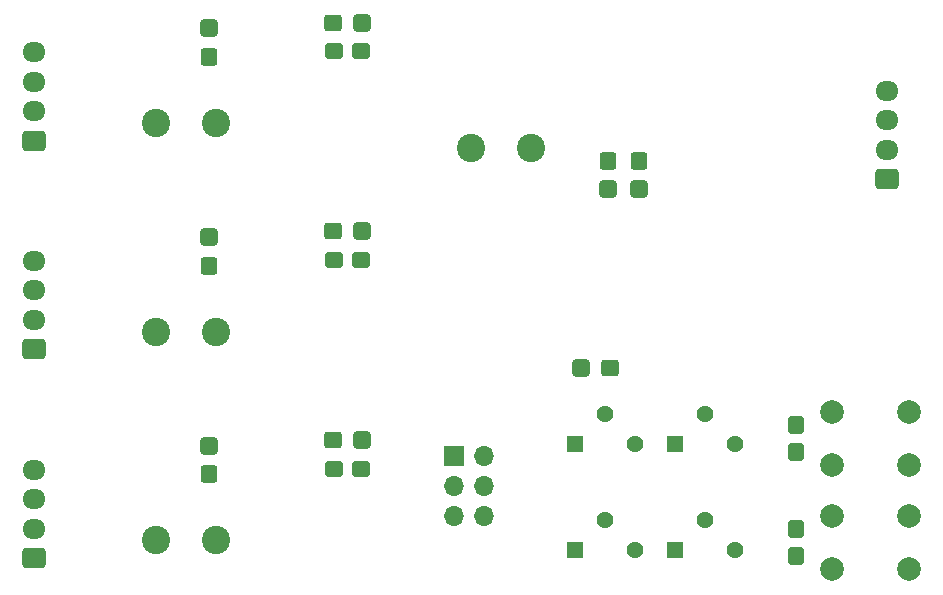
<source format=gbr>
%TF.GenerationSoftware,KiCad,Pcbnew,7.0.11-rc3*%
%TF.CreationDate,2025-09-10T17:00:16+08:00*%
%TF.ProjectId,328_3ch_can_devboard,3332385f-3363-4685-9f63-616e5f646576,rev?*%
%TF.SameCoordinates,Original*%
%TF.FileFunction,Soldermask,Bot*%
%TF.FilePolarity,Negative*%
%FSLAX46Y46*%
G04 Gerber Fmt 4.6, Leading zero omitted, Abs format (unit mm)*
G04 Created by KiCad (PCBNEW 7.0.11-rc3) date 2025-09-10 17:00:16*
%MOMM*%
%LPD*%
G01*
G04 APERTURE LIST*
G04 Aperture macros list*
%AMRoundRect*
0 Rectangle with rounded corners*
0 $1 Rounding radius*
0 $2 $3 $4 $5 $6 $7 $8 $9 X,Y pos of 4 corners*
0 Add a 4 corners polygon primitive as box body*
4,1,4,$2,$3,$4,$5,$6,$7,$8,$9,$2,$3,0*
0 Add four circle primitives for the rounded corners*
1,1,$1+$1,$2,$3*
1,1,$1+$1,$4,$5*
1,1,$1+$1,$6,$7*
1,1,$1+$1,$8,$9*
0 Add four rect primitives between the rounded corners*
20,1,$1+$1,$2,$3,$4,$5,0*
20,1,$1+$1,$4,$5,$6,$7,0*
20,1,$1+$1,$6,$7,$8,$9,0*
20,1,$1+$1,$8,$9,$2,$3,0*%
G04 Aperture macros list end*
%ADD10RoundRect,0.102000X-0.611000X-0.611000X0.611000X-0.611000X0.611000X0.611000X-0.611000X0.611000X0*%
%ADD11C,1.426000*%
%ADD12C,2.400000*%
%ADD13RoundRect,0.250000X0.725000X-0.600000X0.725000X0.600000X-0.725000X0.600000X-0.725000X-0.600000X0*%
%ADD14O,1.950000X1.700000*%
%ADD15C,2.000000*%
%ADD16R,1.700000X1.700000*%
%ADD17O,1.700000X1.700000*%
%ADD18RoundRect,0.305575X0.460025X0.412525X-0.460025X0.412525X-0.460025X-0.412525X0.460025X-0.412525X0*%
%ADD19RoundRect,0.308511X0.457089X0.416489X-0.457089X0.416489X-0.457089X-0.416489X0.457089X-0.416489X0*%
%ADD20RoundRect,0.305575X-0.460025X-0.412525X0.460025X-0.412525X0.460025X0.412525X-0.460025X0.412525X0*%
%ADD21RoundRect,0.308511X-0.457089X-0.416489X0.457089X-0.416489X0.457089X0.416489X-0.457089X0.416489X0*%
%ADD22RoundRect,0.305575X-0.412525X0.460025X-0.412525X-0.460025X0.412525X-0.460025X0.412525X0.460025X0*%
%ADD23RoundRect,0.308511X-0.416489X0.457089X-0.416489X-0.457089X0.416489X-0.457089X0.416489X0.457089X0*%
%ADD24RoundRect,0.305575X0.412525X-0.460025X0.412525X0.460025X-0.412525X0.460025X-0.412525X-0.460025X0*%
%ADD25RoundRect,0.308511X0.416489X-0.457089X0.416489X0.457089X-0.416489X0.457089X-0.416489X-0.457089X0*%
%ADD26RoundRect,0.278125X-0.389375X0.474375X-0.389375X-0.474375X0.389375X-0.474375X0.389375X0.474375X0*%
%ADD27RoundRect,0.278125X0.389375X-0.474375X0.389375X0.474375X-0.389375X0.474375X-0.389375X-0.474375X0*%
%ADD28RoundRect,0.278125X-0.474375X-0.389375X0.474375X-0.389375X0.474375X0.389375X-0.474375X0.389375X0*%
G04 APERTURE END LIST*
D10*
%TO.C,RV2*%
X165160000Y-113100000D03*
D11*
X167700000Y-110560000D03*
X170240000Y-113100000D03*
%TD*%
D12*
%TO.C,Y1*%
X126293282Y-103562500D03*
X121213282Y-103562500D03*
%TD*%
%TO.C,Y3*%
X126293282Y-121225000D03*
X121213282Y-121225000D03*
%TD*%
D13*
%TO.C,J4*%
X183075000Y-90650000D03*
D14*
X183075000Y-88150000D03*
X183075000Y-85650000D03*
X183075000Y-83150000D03*
%TD*%
D10*
%TO.C,RV4*%
X165160000Y-122000000D03*
D11*
X167700000Y-119460000D03*
X170240000Y-122000000D03*
%TD*%
D12*
%TO.C,Y5*%
X126293282Y-85900000D03*
X121213282Y-85900000D03*
%TD*%
D15*
%TO.C,SW4*%
X178450000Y-119150000D03*
X184950000Y-119150000D03*
X178450000Y-123650000D03*
X184950000Y-123650000D03*
%TD*%
D13*
%TO.C,J3*%
X110875000Y-122725000D03*
D14*
X110875000Y-120225000D03*
X110875000Y-117725000D03*
X110875000Y-115225000D03*
%TD*%
D10*
%TO.C,RV1*%
X156660000Y-113100000D03*
D11*
X159200000Y-110560000D03*
X161740000Y-113100000D03*
%TD*%
D13*
%TO.C,J1*%
X110875000Y-87400000D03*
D14*
X110875000Y-84900000D03*
X110875000Y-82400000D03*
X110875000Y-79900000D03*
%TD*%
D16*
%TO.C,AVR-ISP1*%
X146400000Y-114060000D03*
D17*
X148940000Y-114060000D03*
X146400000Y-116600000D03*
X148940000Y-116600000D03*
X146400000Y-119140000D03*
X148940000Y-119140000D03*
%TD*%
D15*
%TO.C,SW3*%
X178450000Y-110350000D03*
X184950000Y-110350000D03*
X178450000Y-114850000D03*
X184950000Y-114850000D03*
%TD*%
D12*
%TO.C,Y2*%
X147906719Y-88000000D03*
X152986719Y-88000000D03*
%TD*%
D13*
%TO.C,J2*%
X110875000Y-105062500D03*
D14*
X110875000Y-102562500D03*
X110875000Y-100062500D03*
X110875000Y-97562500D03*
%TD*%
D10*
%TO.C,RV3*%
X156660000Y-122000000D03*
D11*
X159200000Y-119460000D03*
X161740000Y-122000000D03*
%TD*%
D18*
%TO.C,C12*%
X159615600Y-106593100D03*
D19*
X157184400Y-106600000D03*
%TD*%
D20*
%TO.C,C3*%
X136184400Y-95069400D03*
D21*
X138615600Y-95062500D03*
%TD*%
D22*
%TO.C,C7*%
X159493100Y-89084400D03*
D23*
X159500000Y-91515600D03*
%TD*%
D24*
%TO.C,C22*%
X125724400Y-80315600D03*
D25*
X125717500Y-77884400D03*
%TD*%
D26*
%TO.C,R5*%
X175367500Y-111458242D03*
X175367500Y-113763242D03*
%TD*%
D22*
%TO.C,C8*%
X162093100Y-89084400D03*
D23*
X162100000Y-91515600D03*
%TD*%
D20*
%TO.C,C23*%
X136184400Y-77406900D03*
D21*
X138615600Y-77400000D03*
%TD*%
D24*
%TO.C,C14*%
X125724400Y-115640600D03*
D25*
X125717500Y-113209400D03*
%TD*%
D27*
%TO.C,R6*%
X175434603Y-122541759D03*
X175434603Y-120236759D03*
%TD*%
D28*
%TO.C,R19*%
X136247500Y-115157500D03*
X138552500Y-115157500D03*
%TD*%
D24*
%TO.C,C2*%
X125724400Y-97978100D03*
D25*
X125717500Y-95546900D03*
%TD*%
D28*
%TO.C,R10*%
X136247500Y-97495000D03*
X138552500Y-97495000D03*
%TD*%
%TO.C,R9*%
X136247500Y-79832500D03*
X138552500Y-79832500D03*
%TD*%
D20*
%TO.C,C15*%
X136184400Y-112731900D03*
D21*
X138615600Y-112725000D03*
%TD*%
M02*

</source>
